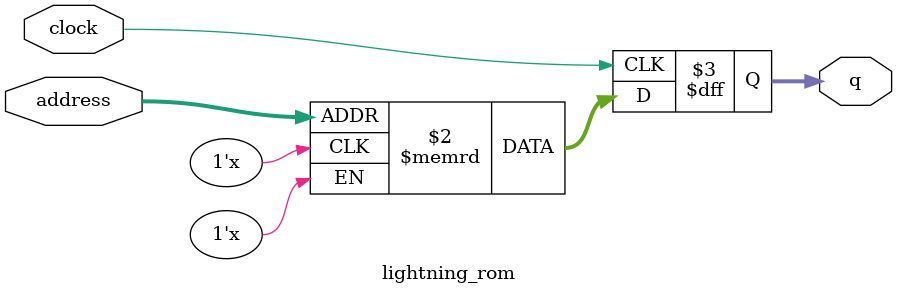
<source format=sv>
module lightning_rom (
	input logic clock,
	input logic [8:0] address,
	output logic [1:0] q
);

logic [1:0] memory [0:399] /* synthesis ram_init_file = "./lightning/lightning.COE" */;

always_ff @ (posedge clock) begin
	q <= memory[address];
end

endmodule

</source>
